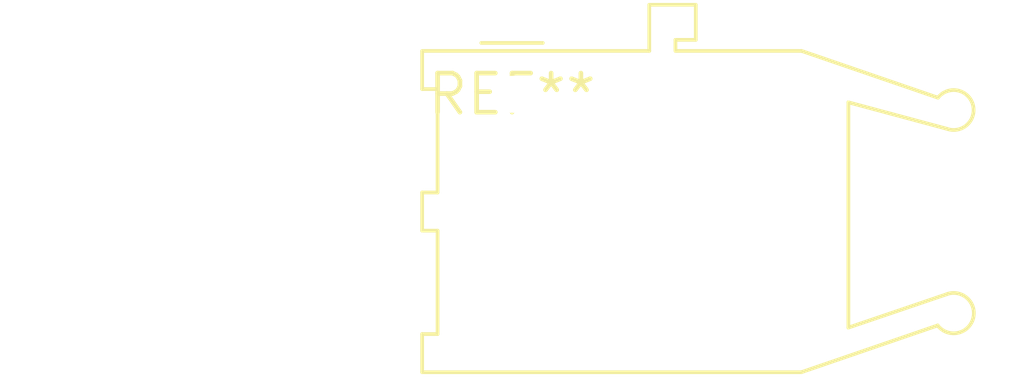
<source format=kicad_pcb>
(kicad_pcb (version 20240108) (generator pcbnew)
  (layers (0 "F.Cu" signal) (31 "B.Cu" signal) (34 "B.Paste" user) (35 "F.Paste" user) (36 "B.SilkS" user "B.Silkscreen") (37 "F.SilkS" user "F.Silkscreen") (38 "B.Mask" user) (39 "F.Mask" user) (44 "Edge.Cuts" user))
  (net 0 "")
  (footprint "Broadcom_AFBR-16xxZ_Horizontal" (layer "F.Cu") (at 0 0)
    (property "Reference" "REF**")
    (property "Value" "Broadcom_AFBR-16xxZ_Horizontal")
    (fp_line (start -2.92 -1.41) (end 4.46 -1.41) (layer "F.SilkS") (stroke (width 0.12)))
    (fp_line (start -2.92 -1.397) (end -2.92 -0.17) (layer "F.SilkS") (stroke (width 0.12)))
    (fp_line (start -2.92 -0.17) (end -2.42 -0.17) (layer "F.SilkS") (stroke (width 0.12)))
    (fp_line (start -2.92 3.19) (end -2.92 4.43) (layer "F.SilkS") (stroke (width 0.12)))
    (fp_line (start -2.92 4.43) (end -2.42 4.43) (layer "F.SilkS") (stroke (width 0.12)))
    (fp_line (start -2.92 7.79) (end -2.92 9.03) (layer "F.SilkS") (stroke (width 0.12)))
    (fp_line (start -2.92 9.03) (end 9.4 9.03) (layer "F.SilkS") (stroke (width 0.12)))
    (fp_line (start -2.42 -0.17) (end -2.42 3.19) (layer "F.SilkS") (stroke (width 0.12)))
    (fp_line (start -2.42 3.19) (end -2.92 3.19) (layer "F.SilkS") (stroke (width 0.12)))
    (fp_line (start -2.42 4.43) (end -2.42 7.79) (layer "F.SilkS") (stroke (width 0.12)))
    (fp_line (start -2.42 7.79) (end -2.92 7.79) (layer "F.SilkS") (stroke (width 0.12)))
    (fp_line (start -1 -1.67) (end 1 -1.67) (layer "F.SilkS") (stroke (width 0.12)))
    (fp_line (start 4.46 -2.91) (end 4.46 -1.41) (layer "F.SilkS") (stroke (width 0.12)))
    (fp_line (start 5.31 -1.77) (end 5.97 -1.77) (layer "F.SilkS") (stroke (width 0.12)))
    (fp_line (start 5.31 -1.41) (end 5.31 -1.77) (layer "F.SilkS") (stroke (width 0.12)))
    (fp_line (start 5.97 -2.91) (end 4.46 -2.91) (layer "F.SilkS") (stroke (width 0.12)))
    (fp_line (start 5.97 -1.77) (end 5.97 -2.91) (layer "F.SilkS") (stroke (width 0.12)))
    (fp_line (start 9.4 -1.41) (end 5.33 -1.41) (layer "F.SilkS") (stroke (width 0.12)))
    (fp_line (start 9.4 9.03) (end 13.83 7.51) (layer "F.SilkS") (stroke (width 0.12)))
    (fp_line (start 10.93 0.26) (end 14.13 1.12) (layer "F.SilkS") (stroke (width 0.12)))
    (fp_line (start 10.93 7.58) (end 10.93 0.26) (layer "F.SilkS") (stroke (width 0.12)))
    (fp_line (start 13.84 0.11) (end 9.41 -1.41) (layer "F.SilkS") (stroke (width 0.12)))
    (fp_line (start 14.14 6.49) (end 10.93 7.58) (layer "F.SilkS") (stroke (width 0.12)))
    (fp_arc (start 13.839757 0.10981) (mid 14.973245 0.330932) (end 14.13 1.12) (layer "F.SilkS") (stroke (width 0.12)))
    (fp_arc (start 14.131216 6.491507) (mid 14.979112 7.296058) (end 13.83 7.51) (layer "F.SilkS") (stroke (width 0.12)))
    (pad "1" thru_hole roundrect (at 0 0) (size 2.2 1.6) (drill 1.2) (layers *.Cu *.Mask) (remove_unused_layers) (roundrect_rratio 0.156))
    (pad "2" thru_hole oval (at 0 2.54) (size 2.2 1.6) (drill 1.2) (layers *.Cu *.Mask) (remove_unused_layers))
    (pad "3" thru_hole oval (at 0 5.08) (size 2.2 1.6) (drill 1.2) (layers *.Cu *.Mask) (remove_unused_layers))
    (pad "4" thru_hole oval (at 0 7.62) (size 2.2 1.6) (drill 1.2) (layers *.Cu *.Mask) (remove_unused_layers))
    (pad "5" thru_hole circle (at 7.7 7.62) (size 2 2) (drill 1.2) (layers *.Cu *.Mask) (remove_unused_layers))
    (pad "8" thru_hole circle (at 7.7 0) (size 2 2) (drill 1.2) (layers *.Cu *.Mask) (remove_unused_layers))
  )
)
</source>
